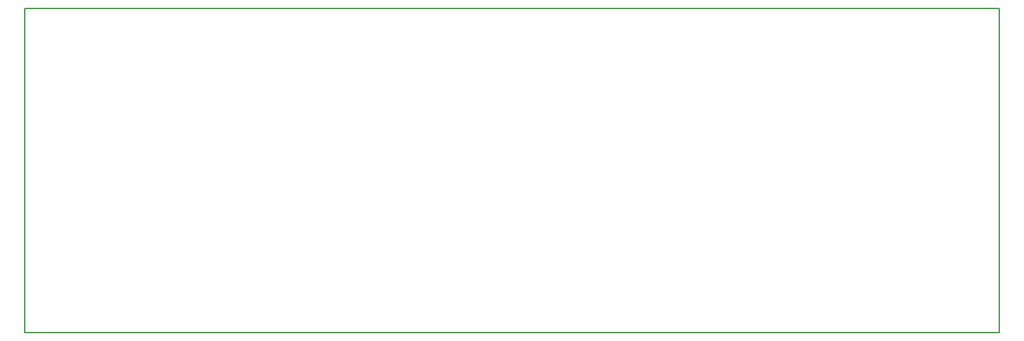
<source format=gbr>
G04 #@! TF.GenerationSoftware,KiCad,Pcbnew,(5.1.4)-1*
G04 #@! TF.CreationDate,2020-03-13T16:12:29-04:00*
G04 #@! TF.ProjectId,DriverDisplay4,44726976-6572-4446-9973-706c6179342e,rev?*
G04 #@! TF.SameCoordinates,Original*
G04 #@! TF.FileFunction,Profile,NP*
%FSLAX46Y46*%
G04 Gerber Fmt 4.6, Leading zero omitted, Abs format (unit mm)*
G04 Created by KiCad (PCBNEW (5.1.4)-1) date 2020-03-13 16:12:29*
%MOMM*%
%LPD*%
G04 APERTURE LIST*
%ADD10C,0.150000*%
G04 APERTURE END LIST*
D10*
X195021200Y-74879200D02*
X195021200Y-67259200D01*
X169164000Y-67259200D02*
X195021200Y-67259200D01*
X195021200Y-109524800D02*
X195021200Y-74879200D01*
X68173600Y-67259200D02*
X169164000Y-67259200D01*
X68173600Y-109524800D02*
X68173600Y-67259200D01*
X195021200Y-109524800D02*
X68173600Y-109524800D01*
M02*

</source>
